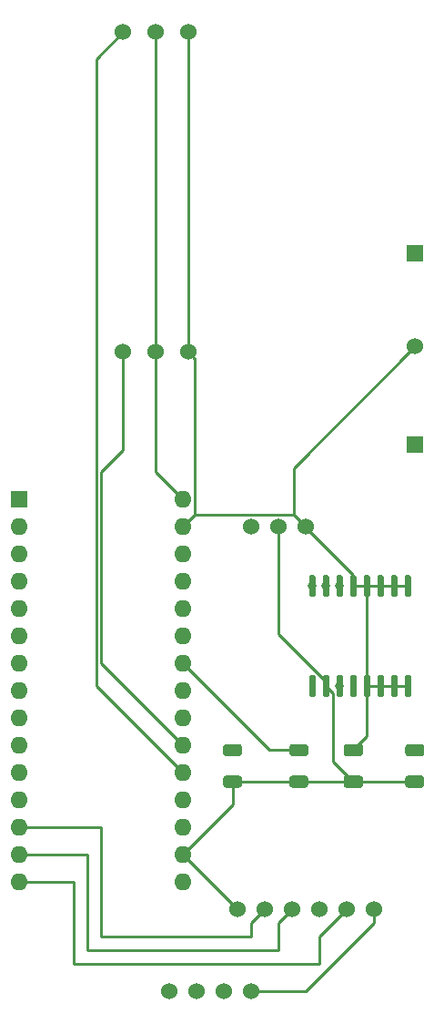
<source format=gbr>
%TF.GenerationSoftware,KiCad,Pcbnew,(5.1.10)-1*%
%TF.CreationDate,2021-09-08T13:12:46-04:00*%
%TF.ProjectId,Water_sensor,57617465-725f-4736-956e-736f722e6b69,rev?*%
%TF.SameCoordinates,Original*%
%TF.FileFunction,Copper,L1,Top*%
%TF.FilePolarity,Positive*%
%FSLAX46Y46*%
G04 Gerber Fmt 4.6, Leading zero omitted, Abs format (unit mm)*
G04 Created by KiCad (PCBNEW (5.1.10)-1) date 2021-09-08 13:12:46*
%MOMM*%
%LPD*%
G01*
G04 APERTURE LIST*
%TA.AperFunction,ComponentPad*%
%ADD10R,1.600000X1.600000*%
%TD*%
%TA.AperFunction,ComponentPad*%
%ADD11O,1.600000X1.600000*%
%TD*%
%TA.AperFunction,ComponentPad*%
%ADD12C,1.524000*%
%TD*%
%TA.AperFunction,SMDPad,CuDef*%
%ADD13R,1.524000X1.524000*%
%TD*%
%TA.AperFunction,SMDPad,CuDef*%
%ADD14C,1.524000*%
%TD*%
%TA.AperFunction,ViaPad*%
%ADD15C,0.800000*%
%TD*%
%TA.AperFunction,Conductor*%
%ADD16C,0.250000*%
%TD*%
G04 APERTURE END LIST*
%TO.P,10K1,2*%
%TO.N,Net-(10K1-Pad2)*%
%TA.AperFunction,SMDPad,CuDef*%
G36*
G01*
X147945001Y-141975000D02*
X146694999Y-141975000D01*
G75*
G02*
X146445000Y-141725001I0J249999D01*
G01*
X146445000Y-141099999D01*
G75*
G02*
X146694999Y-140850000I249999J0D01*
G01*
X147945001Y-140850000D01*
G75*
G02*
X148195000Y-141099999I0J-249999D01*
G01*
X148195000Y-141725001D01*
G75*
G02*
X147945001Y-141975000I-249999J0D01*
G01*
G37*
%TD.AperFunction*%
%TO.P,10K1,1*%
%TO.N,Net-(10K1-Pad1)*%
%TA.AperFunction,SMDPad,CuDef*%
G36*
G01*
X147945001Y-144900000D02*
X146694999Y-144900000D01*
G75*
G02*
X146445000Y-144650001I0J249999D01*
G01*
X146445000Y-144024999D01*
G75*
G02*
X146694999Y-143775000I249999J0D01*
G01*
X147945001Y-143775000D01*
G75*
G02*
X148195000Y-144024999I0J-249999D01*
G01*
X148195000Y-144650001D01*
G75*
G02*
X147945001Y-144900000I-249999J0D01*
G01*
G37*
%TD.AperFunction*%
%TD*%
%TO.P,4.7k1,1*%
%TO.N,Net-(10K1-Pad1)*%
%TA.AperFunction,SMDPad,CuDef*%
G36*
G01*
X137150001Y-144900000D02*
X135899999Y-144900000D01*
G75*
G02*
X135650000Y-144650001I0J249999D01*
G01*
X135650000Y-144024999D01*
G75*
G02*
X135899999Y-143775000I249999J0D01*
G01*
X137150001Y-143775000D01*
G75*
G02*
X137400000Y-144024999I0J-249999D01*
G01*
X137400000Y-144650001D01*
G75*
G02*
X137150001Y-144900000I-249999J0D01*
G01*
G37*
%TD.AperFunction*%
%TO.P,4.7k1,2*%
%TO.N,Net-(4.7k1-Pad2)*%
%TA.AperFunction,SMDPad,CuDef*%
G36*
G01*
X137150001Y-141975000D02*
X135899999Y-141975000D01*
G75*
G02*
X135650000Y-141725001I0J249999D01*
G01*
X135650000Y-141099999D01*
G75*
G02*
X135899999Y-140850000I249999J0D01*
G01*
X137150001Y-140850000D01*
G75*
G02*
X137400000Y-141099999I0J-249999D01*
G01*
X137400000Y-141725001D01*
G75*
G02*
X137150001Y-141975000I-249999J0D01*
G01*
G37*
%TD.AperFunction*%
%TD*%
D10*
%TO.P,A1,1*%
%TO.N,Net-(A1-Pad1)*%
X110490000Y-118110000D03*
D11*
%TO.P,A1,17*%
%TO.N,Net-(10K1-Pad1)*%
X125730000Y-151130000D03*
%TO.P,A1,2*%
%TO.N,Net-(A1-Pad2)*%
X110490000Y-120650000D03*
%TO.P,A1,18*%
%TO.N,Net-(A1-Pad18)*%
X125730000Y-148590000D03*
%TO.P,A1,3*%
%TO.N,Net-(A1-Pad3)*%
X110490000Y-123190000D03*
%TO.P,A1,19*%
%TO.N,Net-(A1-Pad19)*%
X125730000Y-146050000D03*
%TO.P,A1,4*%
%TO.N,GND*%
X110490000Y-125730000D03*
%TO.P,A1,20*%
%TO.N,Net-(A1-Pad20)*%
X125730000Y-143510000D03*
%TO.P,A1,5*%
%TO.N,Net-(A1-Pad5)*%
X110490000Y-128270000D03*
%TO.P,A1,21*%
%TO.N,Net-(A1-Pad21)*%
X125730000Y-140970000D03*
%TO.P,A1,6*%
%TO.N,Net-(A1-Pad6)*%
X110490000Y-130810000D03*
%TO.P,A1,22*%
%TO.N,Net-(A1-Pad22)*%
X125730000Y-138430000D03*
%TO.P,A1,7*%
%TO.N,Net-(A1-Pad7)*%
X110490000Y-133350000D03*
%TO.P,A1,23*%
%TO.N,Net-(10K1-Pad2)*%
X125730000Y-135890000D03*
%TO.P,A1,8*%
%TO.N,Net-(A1-Pad8)*%
X110490000Y-135890000D03*
%TO.P,A1,24*%
%TO.N,Net-(4.7k1-Pad2)*%
X125730000Y-133350000D03*
%TO.P,A1,9*%
%TO.N,Net-(A1-Pad9)*%
X110490000Y-138430000D03*
%TO.P,A1,25*%
%TO.N,Net-(A1-Pad25)*%
X125730000Y-130810000D03*
%TO.P,A1,10*%
%TO.N,Net-(A1-Pad10)*%
X110490000Y-140970000D03*
%TO.P,A1,26*%
%TO.N,Net-(A1-Pad26)*%
X125730000Y-128270000D03*
%TO.P,A1,11*%
%TO.N,Net-(A1-Pad11)*%
X110490000Y-143510000D03*
%TO.P,A1,27*%
%TO.N,Net-(A1-Pad27)*%
X125730000Y-125730000D03*
%TO.P,A1,12*%
%TO.N,Net-(A1-Pad12)*%
X110490000Y-146050000D03*
%TO.P,A1,28*%
%TO.N,Net-(A1-Pad28)*%
X125730000Y-123190000D03*
%TO.P,A1,13*%
%TO.N,Net-(A1-Pad13)*%
X110490000Y-148590000D03*
%TO.P,A1,29*%
%TO.N,GND*%
X125730000Y-120650000D03*
%TO.P,A1,14*%
%TO.N,Net-(A1-Pad14)*%
X110490000Y-151130000D03*
%TO.P,A1,30*%
%TO.N,Net-(A1-Pad30)*%
X125730000Y-118110000D03*
%TO.P,A1,15*%
%TO.N,Net-(A1-Pad15)*%
X110490000Y-153670000D03*
%TO.P,A1,16*%
%TO.N,Net-(A1-Pad16)*%
X125730000Y-153670000D03*
%TD*%
%TO.P,C1,1*%
%TO.N,Net-(10K1-Pad1)*%
%TA.AperFunction,SMDPad,CuDef*%
G36*
G01*
X142255001Y-144925000D02*
X140954999Y-144925000D01*
G75*
G02*
X140705000Y-144675001I0J249999D01*
G01*
X140705000Y-144024999D01*
G75*
G02*
X140954999Y-143775000I249999J0D01*
G01*
X142255001Y-143775000D01*
G75*
G02*
X142505000Y-144024999I0J-249999D01*
G01*
X142505000Y-144675001D01*
G75*
G02*
X142255001Y-144925000I-249999J0D01*
G01*
G37*
%TD.AperFunction*%
%TO.P,C1,2*%
%TO.N,GND*%
%TA.AperFunction,SMDPad,CuDef*%
G36*
G01*
X142255001Y-141975000D02*
X140954999Y-141975000D01*
G75*
G02*
X140705000Y-141725001I0J249999D01*
G01*
X140705000Y-141074999D01*
G75*
G02*
X140954999Y-140825000I249999J0D01*
G01*
X142255001Y-140825000D01*
G75*
G02*
X142505000Y-141074999I0J-249999D01*
G01*
X142505000Y-141725001D01*
G75*
G02*
X142255001Y-141975000I-249999J0D01*
G01*
G37*
%TD.AperFunction*%
%TD*%
%TO.P,R4,1*%
%TO.N,Net-(10K1-Pad1)*%
%TA.AperFunction,SMDPad,CuDef*%
G36*
G01*
X130992501Y-144900000D02*
X129742499Y-144900000D01*
G75*
G02*
X129492500Y-144650001I0J249999D01*
G01*
X129492500Y-144024999D01*
G75*
G02*
X129742499Y-143775000I249999J0D01*
G01*
X130992501Y-143775000D01*
G75*
G02*
X131242500Y-144024999I0J-249999D01*
G01*
X131242500Y-144650001D01*
G75*
G02*
X130992501Y-144900000I-249999J0D01*
G01*
G37*
%TD.AperFunction*%
%TO.P,R4,2*%
%TO.N,Net-(A1-Pad5)*%
%TA.AperFunction,SMDPad,CuDef*%
G36*
G01*
X130992501Y-141975000D02*
X129742499Y-141975000D01*
G75*
G02*
X129492500Y-141725001I0J249999D01*
G01*
X129492500Y-141099999D01*
G75*
G02*
X129742499Y-140850000I249999J0D01*
G01*
X130992501Y-140850000D01*
G75*
G02*
X131242500Y-141099999I0J-249999D01*
G01*
X131242500Y-141725001D01*
G75*
G02*
X130992501Y-141975000I-249999J0D01*
G01*
G37*
%TD.AperFunction*%
%TD*%
%TO.P,U1,1*%
%TO.N,Net-(U1-Pad1)*%
%TA.AperFunction,SMDPad,CuDef*%
G36*
G01*
X137945000Y-136485000D02*
X137645000Y-136485000D01*
G75*
G02*
X137495000Y-136335000I0J150000D01*
G01*
X137495000Y-134585000D01*
G75*
G02*
X137645000Y-134435000I150000J0D01*
G01*
X137945000Y-134435000D01*
G75*
G02*
X138095000Y-134585000I0J-150000D01*
G01*
X138095000Y-136335000D01*
G75*
G02*
X137945000Y-136485000I-150000J0D01*
G01*
G37*
%TD.AperFunction*%
%TO.P,U1,2*%
%TO.N,Net-(10K1-Pad1)*%
%TA.AperFunction,SMDPad,CuDef*%
G36*
G01*
X139215000Y-136485000D02*
X138915000Y-136485000D01*
G75*
G02*
X138765000Y-136335000I0J150000D01*
G01*
X138765000Y-134585000D01*
G75*
G02*
X138915000Y-134435000I150000J0D01*
G01*
X139215000Y-134435000D01*
G75*
G02*
X139365000Y-134585000I0J-150000D01*
G01*
X139365000Y-136335000D01*
G75*
G02*
X139215000Y-136485000I-150000J0D01*
G01*
G37*
%TD.AperFunction*%
%TO.P,U1,3*%
%TO.N,Net-(A1-Pad5)*%
%TA.AperFunction,SMDPad,CuDef*%
G36*
G01*
X140485000Y-136485000D02*
X140185000Y-136485000D01*
G75*
G02*
X140035000Y-136335000I0J150000D01*
G01*
X140035000Y-134585000D01*
G75*
G02*
X140185000Y-134435000I150000J0D01*
G01*
X140485000Y-134435000D01*
G75*
G02*
X140635000Y-134585000I0J-150000D01*
G01*
X140635000Y-136335000D01*
G75*
G02*
X140485000Y-136485000I-150000J0D01*
G01*
G37*
%TD.AperFunction*%
%TO.P,U1,4*%
%TO.N,Net-(U1-Pad4)*%
%TA.AperFunction,SMDPad,CuDef*%
G36*
G01*
X141755000Y-136485000D02*
X141455000Y-136485000D01*
G75*
G02*
X141305000Y-136335000I0J150000D01*
G01*
X141305000Y-134585000D01*
G75*
G02*
X141455000Y-134435000I150000J0D01*
G01*
X141755000Y-134435000D01*
G75*
G02*
X141905000Y-134585000I0J-150000D01*
G01*
X141905000Y-136335000D01*
G75*
G02*
X141755000Y-136485000I-150000J0D01*
G01*
G37*
%TD.AperFunction*%
%TO.P,U1,5*%
%TO.N,GND*%
%TA.AperFunction,SMDPad,CuDef*%
G36*
G01*
X143025000Y-136485000D02*
X142725000Y-136485000D01*
G75*
G02*
X142575000Y-136335000I0J150000D01*
G01*
X142575000Y-134585000D01*
G75*
G02*
X142725000Y-134435000I150000J0D01*
G01*
X143025000Y-134435000D01*
G75*
G02*
X143175000Y-134585000I0J-150000D01*
G01*
X143175000Y-136335000D01*
G75*
G02*
X143025000Y-136485000I-150000J0D01*
G01*
G37*
%TD.AperFunction*%
%TO.P,U1,6*%
%TA.AperFunction,SMDPad,CuDef*%
G36*
G01*
X144295000Y-136485000D02*
X143995000Y-136485000D01*
G75*
G02*
X143845000Y-136335000I0J150000D01*
G01*
X143845000Y-134585000D01*
G75*
G02*
X143995000Y-134435000I150000J0D01*
G01*
X144295000Y-134435000D01*
G75*
G02*
X144445000Y-134585000I0J-150000D01*
G01*
X144445000Y-136335000D01*
G75*
G02*
X144295000Y-136485000I-150000J0D01*
G01*
G37*
%TD.AperFunction*%
%TO.P,U1,7*%
%TA.AperFunction,SMDPad,CuDef*%
G36*
G01*
X145565000Y-136485000D02*
X145265000Y-136485000D01*
G75*
G02*
X145115000Y-136335000I0J150000D01*
G01*
X145115000Y-134585000D01*
G75*
G02*
X145265000Y-134435000I150000J0D01*
G01*
X145565000Y-134435000D01*
G75*
G02*
X145715000Y-134585000I0J-150000D01*
G01*
X145715000Y-136335000D01*
G75*
G02*
X145565000Y-136485000I-150000J0D01*
G01*
G37*
%TD.AperFunction*%
%TO.P,U1,8*%
%TA.AperFunction,SMDPad,CuDef*%
G36*
G01*
X146835000Y-136485000D02*
X146535000Y-136485000D01*
G75*
G02*
X146385000Y-136335000I0J150000D01*
G01*
X146385000Y-134585000D01*
G75*
G02*
X146535000Y-134435000I150000J0D01*
G01*
X146835000Y-134435000D01*
G75*
G02*
X146985000Y-134585000I0J-150000D01*
G01*
X146985000Y-136335000D01*
G75*
G02*
X146835000Y-136485000I-150000J0D01*
G01*
G37*
%TD.AperFunction*%
%TO.P,U1,9*%
%TA.AperFunction,SMDPad,CuDef*%
G36*
G01*
X146835000Y-127185000D02*
X146535000Y-127185000D01*
G75*
G02*
X146385000Y-127035000I0J150000D01*
G01*
X146385000Y-125285000D01*
G75*
G02*
X146535000Y-125135000I150000J0D01*
G01*
X146835000Y-125135000D01*
G75*
G02*
X146985000Y-125285000I0J-150000D01*
G01*
X146985000Y-127035000D01*
G75*
G02*
X146835000Y-127185000I-150000J0D01*
G01*
G37*
%TD.AperFunction*%
%TO.P,U1,10*%
%TA.AperFunction,SMDPad,CuDef*%
G36*
G01*
X145565000Y-127185000D02*
X145265000Y-127185000D01*
G75*
G02*
X145115000Y-127035000I0J150000D01*
G01*
X145115000Y-125285000D01*
G75*
G02*
X145265000Y-125135000I150000J0D01*
G01*
X145565000Y-125135000D01*
G75*
G02*
X145715000Y-125285000I0J-150000D01*
G01*
X145715000Y-127035000D01*
G75*
G02*
X145565000Y-127185000I-150000J0D01*
G01*
G37*
%TD.AperFunction*%
%TO.P,U1,11*%
%TA.AperFunction,SMDPad,CuDef*%
G36*
G01*
X144295000Y-127185000D02*
X143995000Y-127185000D01*
G75*
G02*
X143845000Y-127035000I0J150000D01*
G01*
X143845000Y-125285000D01*
G75*
G02*
X143995000Y-125135000I150000J0D01*
G01*
X144295000Y-125135000D01*
G75*
G02*
X144445000Y-125285000I0J-150000D01*
G01*
X144445000Y-127035000D01*
G75*
G02*
X144295000Y-127185000I-150000J0D01*
G01*
G37*
%TD.AperFunction*%
%TO.P,U1,12*%
%TA.AperFunction,SMDPad,CuDef*%
G36*
G01*
X143025000Y-127185000D02*
X142725000Y-127185000D01*
G75*
G02*
X142575000Y-127035000I0J150000D01*
G01*
X142575000Y-125285000D01*
G75*
G02*
X142725000Y-125135000I150000J0D01*
G01*
X143025000Y-125135000D01*
G75*
G02*
X143175000Y-125285000I0J-150000D01*
G01*
X143175000Y-127035000D01*
G75*
G02*
X143025000Y-127185000I-150000J0D01*
G01*
G37*
%TD.AperFunction*%
%TO.P,U1,13*%
%TA.AperFunction,SMDPad,CuDef*%
G36*
G01*
X141755000Y-127185000D02*
X141455000Y-127185000D01*
G75*
G02*
X141305000Y-127035000I0J150000D01*
G01*
X141305000Y-125285000D01*
G75*
G02*
X141455000Y-125135000I150000J0D01*
G01*
X141755000Y-125135000D01*
G75*
G02*
X141905000Y-125285000I0J-150000D01*
G01*
X141905000Y-127035000D01*
G75*
G02*
X141755000Y-127185000I-150000J0D01*
G01*
G37*
%TD.AperFunction*%
%TO.P,U1,14*%
%TO.N,Net-(U1-Pad14)*%
%TA.AperFunction,SMDPad,CuDef*%
G36*
G01*
X140485000Y-127185000D02*
X140185000Y-127185000D01*
G75*
G02*
X140035000Y-127035000I0J150000D01*
G01*
X140035000Y-125285000D01*
G75*
G02*
X140185000Y-125135000I150000J0D01*
G01*
X140485000Y-125135000D01*
G75*
G02*
X140635000Y-125285000I0J-150000D01*
G01*
X140635000Y-127035000D01*
G75*
G02*
X140485000Y-127185000I-150000J0D01*
G01*
G37*
%TD.AperFunction*%
%TO.P,U1,15*%
%TO.N,Net-(10K1-Pad2)*%
%TA.AperFunction,SMDPad,CuDef*%
G36*
G01*
X139215000Y-127185000D02*
X138915000Y-127185000D01*
G75*
G02*
X138765000Y-127035000I0J150000D01*
G01*
X138765000Y-125285000D01*
G75*
G02*
X138915000Y-125135000I150000J0D01*
G01*
X139215000Y-125135000D01*
G75*
G02*
X139365000Y-125285000I0J-150000D01*
G01*
X139365000Y-127035000D01*
G75*
G02*
X139215000Y-127185000I-150000J0D01*
G01*
G37*
%TD.AperFunction*%
%TO.P,U1,16*%
%TO.N,Net-(4.7k1-Pad2)*%
%TA.AperFunction,SMDPad,CuDef*%
G36*
G01*
X137945000Y-127185000D02*
X137645000Y-127185000D01*
G75*
G02*
X137495000Y-127035000I0J150000D01*
G01*
X137495000Y-125285000D01*
G75*
G02*
X137645000Y-125135000I150000J0D01*
G01*
X137945000Y-125135000D01*
G75*
G02*
X138095000Y-125285000I0J-150000D01*
G01*
X138095000Y-127035000D01*
G75*
G02*
X137945000Y-127185000I-150000J0D01*
G01*
G37*
%TD.AperFunction*%
%TD*%
D12*
%TO.P,U2,1*%
%TO.N,Net-(10K1-Pad1)*%
X130810000Y-156210000D03*
%TO.P,U2,2*%
%TO.N,Net-(A1-Pad13)*%
X133350000Y-156210000D03*
%TO.P,U2,3*%
%TO.N,Net-(A1-Pad14)*%
X135890000Y-156210000D03*
%TO.P,U2,4*%
%TO.N,Net-(A1-Pad16)*%
X138430000Y-156210000D03*
%TO.P,U2,5*%
%TO.N,Net-(A1-Pad15)*%
X140970000Y-156210000D03*
%TO.P,U2,6*%
%TO.N,GND*%
X143510000Y-156210000D03*
%TD*%
%TO.P,U3,1*%
%TO.N,Net-(A1-Pad21)*%
X120142000Y-104394000D03*
%TO.P,U3,2*%
%TO.N,Net-(A1-Pad30)*%
X123190000Y-104394000D03*
%TO.P,U3,3*%
%TO.N,GND*%
X126238000Y-104394000D03*
%TD*%
%TO.P,U4,1*%
%TO.N,Net-(A1-Pad22)*%
X132080000Y-120650000D03*
%TO.P,U4,2*%
%TO.N,Net-(10K1-Pad1)*%
X134620000Y-120650000D03*
%TO.P,U4,3*%
%TO.N,GND*%
X137160000Y-120650000D03*
%TD*%
%TO.P,U5,1*%
%TO.N,Net-(A1-Pad20)*%
X120142000Y-74676000D03*
%TO.P,U5,2*%
%TO.N,Net-(A1-Pad30)*%
X123190000Y-74676000D03*
%TO.P,U5,3*%
%TO.N,GND*%
X126238000Y-74676000D03*
%TD*%
%TO.P,U6,1*%
%TO.N,Net-(A1-Pad8)*%
X124460000Y-163830000D03*
%TO.P,U6,2*%
%TO.N,Net-(A1-Pad7)*%
X127000000Y-163830000D03*
%TO.P,U6,3*%
%TO.N,Net-(A1-Pad19)*%
X129540000Y-163830000D03*
%TO.P,U6,4*%
%TO.N,GND*%
X132080000Y-163830000D03*
%TD*%
D13*
%TO.P,U7,1*%
%TO.N,Net-(U1-Pad14)*%
X147320000Y-95250000D03*
%TO.P,U7,2*%
X147320000Y-113030000D03*
D14*
%TO.P,U7,3*%
%TO.N,GND*%
X147320000Y-103886000D03*
%TD*%
D15*
%TO.N,GND*%
X141605000Y-141400000D03*
%TO.N,Net-(A1-Pad5)*%
X130367500Y-141412500D03*
X140335000Y-135460000D03*
%TO.N,Net-(10K1-Pad2)*%
X139065000Y-126160000D03*
X147320000Y-141412500D03*
%TO.N,Net-(4.7k1-Pad2)*%
X137795000Y-126160000D03*
%TO.N,Net-(U1-Pad14)*%
X140335000Y-126160000D03*
X147320000Y-95250000D03*
X147320000Y-113030000D03*
%TD*%
D16*
%TO.N,Net-(10K1-Pad1)*%
X125730000Y-151130000D02*
X130810000Y-156210000D01*
X129982500Y-144337500D02*
X130367500Y-144337500D01*
X130367500Y-146492500D02*
X130367500Y-144337500D01*
X125730000Y-151130000D02*
X130367500Y-146492500D01*
X130367500Y-144337500D02*
X136525000Y-144337500D01*
X141592500Y-144337500D02*
X141605000Y-144350000D01*
X136525000Y-144337500D02*
X141592500Y-144337500D01*
X147307500Y-144350000D02*
X147320000Y-144337500D01*
X141605000Y-144350000D02*
X147307500Y-144350000D01*
X141605000Y-144350000D02*
X139700000Y-142445000D01*
X139700000Y-136095000D02*
X139065000Y-135460000D01*
X139700000Y-142445000D02*
X139700000Y-136095000D01*
X134620000Y-130588232D02*
X139065000Y-135033232D01*
X139065000Y-135033232D02*
X139065000Y-135460000D01*
X134620000Y-120650000D02*
X134620000Y-130588232D01*
%TO.N,GND*%
X126238000Y-104394000D02*
X126238000Y-74676000D01*
X126855001Y-105011001D02*
X126238000Y-104394000D01*
X126855001Y-119524999D02*
X126855001Y-105011001D01*
X125730000Y-120650000D02*
X126855001Y-119524999D01*
X126855001Y-119524999D02*
X136034999Y-119524999D01*
X132080000Y-163830000D02*
X137160000Y-163830000D01*
X143510000Y-157480000D02*
X143510000Y-156210000D01*
X137160000Y-163830000D02*
X143510000Y-157480000D01*
X142875000Y-140130000D02*
X142875000Y-135460000D01*
X141605000Y-141400000D02*
X142875000Y-140130000D01*
X142875000Y-135460000D02*
X144145000Y-135460000D01*
X144145000Y-135460000D02*
X145415000Y-135460000D01*
X145415000Y-135460000D02*
X146685000Y-135460000D01*
X142875000Y-135460000D02*
X142875000Y-126160000D01*
X142875000Y-126160000D02*
X141605000Y-126160000D01*
X142875000Y-126160000D02*
X144145000Y-126160000D01*
X144145000Y-126160000D02*
X145415000Y-126160000D01*
X145415000Y-126160000D02*
X146685000Y-126160000D01*
X137160000Y-120690000D02*
X137160000Y-120650000D01*
X141605000Y-125135000D02*
X137160000Y-120690000D01*
X141605000Y-126160000D02*
X141605000Y-125135000D01*
X137160000Y-120650000D02*
X136034999Y-119524999D01*
X136034999Y-115171001D02*
X147320000Y-103886000D01*
X136034999Y-119524999D02*
X136034999Y-115171001D01*
%TO.N,Net-(A1-Pad20)*%
X117659991Y-135439991D02*
X125730000Y-143510000D01*
X117659991Y-77158009D02*
X117659991Y-135439991D01*
X120142000Y-74676000D02*
X117659991Y-77158009D01*
%TO.N,Net-(A1-Pad21)*%
X120142000Y-104394000D02*
X120142000Y-113538000D01*
X120142000Y-113538000D02*
X118110000Y-115570000D01*
X118110000Y-133350000D02*
X125730000Y-140970000D01*
X118110000Y-115570000D02*
X118110000Y-133350000D01*
%TO.N,Net-(4.7k1-Pad2)*%
X133792500Y-141412500D02*
X125730000Y-133350000D01*
X136525000Y-141412500D02*
X133792500Y-141412500D01*
%TO.N,Net-(A1-Pad13)*%
X132080000Y-157480000D02*
X133350000Y-156210000D01*
X132080000Y-158750000D02*
X132080000Y-157480000D01*
X118110000Y-158750000D02*
X132080000Y-158750000D01*
X118110000Y-148590000D02*
X118110000Y-158750000D01*
X110490000Y-148590000D02*
X118110000Y-148590000D01*
%TO.N,Net-(A1-Pad14)*%
X110490000Y-151130000D02*
X116840000Y-151130000D01*
X116840000Y-151130000D02*
X116840000Y-160020000D01*
X116840000Y-160020000D02*
X134620000Y-160020000D01*
X134620000Y-157480000D02*
X135890000Y-156210000D01*
X134620000Y-160020000D02*
X134620000Y-157480000D01*
%TO.N,Net-(A1-Pad30)*%
X123190000Y-115570000D02*
X125730000Y-118110000D01*
X123190000Y-104394000D02*
X123190000Y-115570000D01*
X123190000Y-104394000D02*
X123190000Y-74676000D01*
%TO.N,Net-(A1-Pad15)*%
X110490000Y-153670000D02*
X115570000Y-153670000D01*
X115570000Y-153670000D02*
X115570000Y-161290000D01*
X115570000Y-161290000D02*
X138430000Y-161290000D01*
X138430000Y-158750000D02*
X140970000Y-156210000D01*
X138430000Y-161290000D02*
X138430000Y-158750000D01*
%TD*%
M02*

</source>
